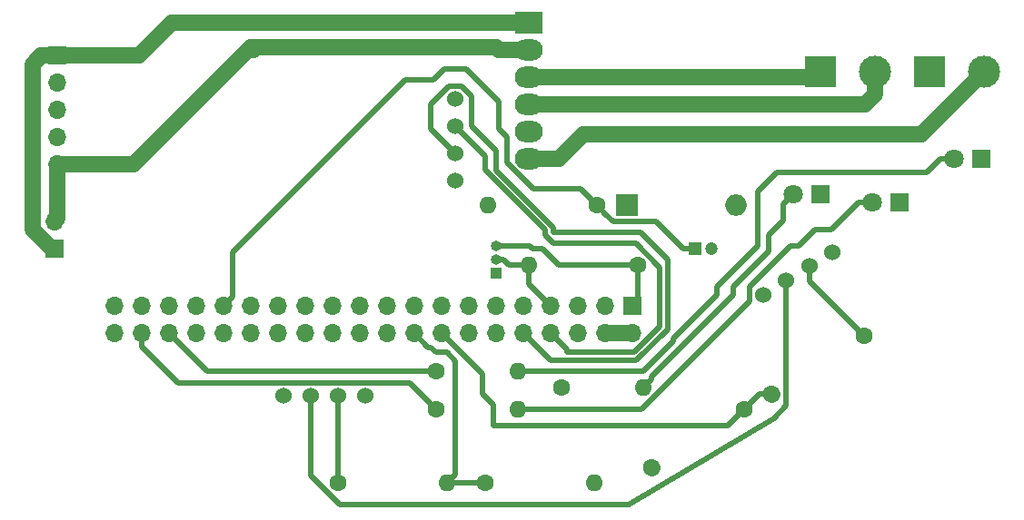
<source format=gbr>
G04 #@! TF.GenerationSoftware,KiCad,Pcbnew,(5.0.2)-1*
G04 #@! TF.CreationDate,2021-01-07T20:02:58+01:00*
G04 #@! TF.ProjectId,Radmesser,5261646d-6573-4736-9572-2e6b69636164,rev?*
G04 #@! TF.SameCoordinates,Original*
G04 #@! TF.FileFunction,Copper,L1,Top*
G04 #@! TF.FilePolarity,Positive*
%FSLAX46Y46*%
G04 Gerber Fmt 4.6, Leading zero omitted, Abs format (unit mm)*
G04 Created by KiCad (PCBNEW (5.0.2)-1) date 07.01.2021 20:02:58*
%MOMM*%
%LPD*%
G01*
G04 APERTURE LIST*
G04 #@! TA.AperFunction,ComponentPad*
%ADD10C,1.600000*%
G04 #@! TD*
G04 #@! TA.AperFunction,ComponentPad*
%ADD11O,1.600000X1.600000*%
G04 #@! TD*
G04 #@! TA.AperFunction,ComponentPad*
%ADD12C,1.530000*%
G04 #@! TD*
G04 #@! TA.AperFunction,ComponentPad*
%ADD13R,1.800000X1.800000*%
G04 #@! TD*
G04 #@! TA.AperFunction,ComponentPad*
%ADD14C,1.800000*%
G04 #@! TD*
G04 #@! TA.AperFunction,ComponentPad*
%ADD15O,1.000000X1.000000*%
G04 #@! TD*
G04 #@! TA.AperFunction,ComponentPad*
%ADD16R,1.000000X1.000000*%
G04 #@! TD*
G04 #@! TA.AperFunction,ComponentPad*
%ADD17C,1.200000*%
G04 #@! TD*
G04 #@! TA.AperFunction,ComponentPad*
%ADD18R,1.200000X1.200000*%
G04 #@! TD*
G04 #@! TA.AperFunction,Conductor*
%ADD19C,1.600000*%
G04 #@! TD*
G04 #@! TA.AperFunction,ComponentPad*
%ADD20O,2.000000X2.000000*%
G04 #@! TD*
G04 #@! TA.AperFunction,ComponentPad*
%ADD21R,2.000000X2.000000*%
G04 #@! TD*
G04 #@! TA.AperFunction,ComponentPad*
%ADD22O,1.700000X1.700000*%
G04 #@! TD*
G04 #@! TA.AperFunction,ComponentPad*
%ADD23R,1.700000X1.700000*%
G04 #@! TD*
G04 #@! TA.AperFunction,ComponentPad*
%ADD24O,2.600000X2.000000*%
G04 #@! TD*
G04 #@! TA.AperFunction,ComponentPad*
%ADD25R,2.600000X2.000000*%
G04 #@! TD*
G04 #@! TA.AperFunction,ComponentPad*
%ADD26R,3.000000X3.000000*%
G04 #@! TD*
G04 #@! TA.AperFunction,ComponentPad*
%ADD27C,3.000000*%
G04 #@! TD*
G04 #@! TA.AperFunction,Conductor*
%ADD28C,0.500000*%
G04 #@! TD*
G04 #@! TA.AperFunction,Conductor*
%ADD29C,1.500000*%
G04 #@! TD*
G04 APERTURE END LIST*
D10*
G04 #@! TO.P,R6,1*
G04 #@! TO.N,Net-(J1-Pad12)*
X188722000Y-124460000D03*
D11*
G04 #@! TO.P,R6,2*
G04 #@! TO.N,Net-(Dgrun1-Pad2)*
X196342000Y-124460000D03*
G04 #@! TD*
D12*
G04 #@! TO.P,Uvorne1,2*
G04 #@! TO.N,Net-(J1-Pad22)*
X165354000Y-125222000D03*
G04 #@! TO.P,Uvorne1,3*
G04 #@! TO.N,Net-(R4-Pad1)*
X167894000Y-125222000D03*
G04 #@! TO.P,Uvorne1,4*
G04 #@! TO.N,GND*
X170434000Y-125222001D03*
G04 #@! TO.P,Uvorne1,1*
G04 #@! TO.N,Net-(D4-Pad1)*
X162814000Y-125221999D03*
G04 #@! TD*
G04 #@! TO.P,Uhinten2,1*
G04 #@! TO.N,Net-(D4-Pad1)*
X207518938Y-115810994D03*
G04 #@! TO.P,Uhinten2,4*
G04 #@! TO.N,GND*
X213981062Y-111773006D03*
G04 #@! TO.P,Uhinten2,3*
G04 #@! TO.N,Net-(R2-Pad1)*
X211827021Y-113119003D03*
G04 #@! TO.P,Uhinten2,2*
G04 #@! TO.N,Net-(J1-Pad22)*
X209672979Y-114464997D03*
G04 #@! TD*
D13*
G04 #@! TO.P,Drot2,1*
G04 #@! TO.N,GND*
X220218000Y-107188000D03*
D14*
G04 #@! TO.P,Drot2,2*
G04 #@! TO.N,Net-(Drot2-Pad2)*
X217678000Y-107188000D03*
G04 #@! TD*
G04 #@! TO.P,Dgrun1,2*
G04 #@! TO.N,Net-(Dgrun1-Pad2)*
X210312000Y-106426000D03*
D13*
G04 #@! TO.P,Dgrun1,1*
G04 #@! TO.N,GND*
X212852000Y-106426000D03*
G04 #@! TD*
D15*
G04 #@! TO.P,U3,3*
G04 #@! TO.N,Net-(GPS1-Pad1)*
X182626000Y-111252000D03*
G04 #@! TO.P,U3,2*
G04 #@! TO.N,Net-(J1-Pad7)*
X182626000Y-112522000D03*
D16*
G04 #@! TO.P,U3,1*
G04 #@! TO.N,GND*
X182626000Y-113792000D03*
G04 #@! TD*
D17*
G04 #@! TO.P,SW1,2*
G04 #@! TO.N,Net-(J1-Pad17)*
X202668000Y-111506000D03*
D18*
G04 #@! TO.P,SW1,1*
G04 #@! TO.N,Net-(J1-Pad31)*
X201168000Y-111506000D03*
G04 #@! TD*
D10*
G04 #@! TO.P,R1,2*
G04 #@! TO.N,GND*
X197123831Y-131875980D03*
D19*
G04 #@! TD*
G04 #@! TO.N,GND*
G04 #@! TO.C,R1*
X197123831Y-131875980D02*
X197123831Y-131875980D01*
D10*
G04 #@! TO.P,R1,1*
G04 #@! TO.N,Net-(J1-Pad16)*
X205740000Y-126492000D03*
G04 #@! TD*
G04 #@! TO.P,R2,1*
G04 #@! TO.N,Net-(R2-Pad1)*
X216916000Y-119634000D03*
G04 #@! TO.P,R2,2*
G04 #@! TO.N,Net-(J1-Pad16)*
X208299831Y-125017980D03*
D19*
G04 #@! TD*
G04 #@! TO.N,Net-(J1-Pad16)*
G04 #@! TO.C,R2*
X208299831Y-125017980D02*
X208299831Y-125017980D01*
D11*
G04 #@! TO.P,R3,2*
G04 #@! TO.N,GND*
X191770000Y-133350000D03*
D10*
G04 #@! TO.P,R3,1*
G04 #@! TO.N,Net-(J1-Pad18)*
X181610000Y-133350000D03*
G04 #@! TD*
G04 #@! TO.P,R4,1*
G04 #@! TO.N,Net-(R4-Pad1)*
X167894000Y-133350000D03*
D11*
G04 #@! TO.P,R4,2*
G04 #@! TO.N,Net-(J1-Pad18)*
X178054000Y-133350000D03*
G04 #@! TD*
G04 #@! TO.P,R7,2*
G04 #@! TO.N,Net-(J1-Pad7)*
X185674000Y-113030000D03*
D10*
G04 #@! TO.P,R7,1*
G04 #@! TO.N,Net-(GPS1-Pad1)*
X195834000Y-113030000D03*
G04 #@! TD*
G04 #@! TO.P,R8,1*
G04 #@! TO.N,Net-(J1-Pad31)*
X192024000Y-107442000D03*
D11*
G04 #@! TO.P,R8,2*
G04 #@! TO.N,GND*
X181864000Y-107442000D03*
G04 #@! TD*
D14*
G04 #@! TO.P,Dgelb3,2*
G04 #@! TO.N,Net-(Dgelb3-Pad2)*
X225298000Y-103124000D03*
D13*
G04 #@! TO.P,Dgelb3,1*
G04 #@! TO.N,GND*
X227838000Y-103124000D03*
G04 #@! TD*
D11*
G04 #@! TO.P,R5,2*
G04 #@! TO.N,Net-(Drot2-Pad2)*
X184658000Y-126492000D03*
D10*
G04 #@! TO.P,R5,1*
G04 #@! TO.N,Net-(J1-Pad38)*
X177038000Y-126492000D03*
G04 #@! TD*
D11*
G04 #@! TO.P,R9,2*
G04 #@! TO.N,Net-(Dgelb3-Pad2)*
X184658000Y-122936000D03*
D10*
G04 #@! TO.P,R9,1*
G04 #@! TO.N,Net-(J1-Pad36)*
X177038000Y-122936000D03*
G04 #@! TD*
D20*
G04 #@! TO.P,D4,2*
G04 #@! TO.N,GND*
X204978000Y-107442000D03*
D21*
G04 #@! TO.P,D4,1*
G04 #@! TO.N,Net-(D4-Pad1)*
X194818000Y-107442000D03*
G04 #@! TD*
D22*
G04 #@! TO.P,J2,2*
G04 #@! TO.N,Net-(J2-Pad2)*
X141478000Y-108966000D03*
D23*
G04 #@! TO.P,J2,1*
G04 #@! TO.N,Net-(J2-Pad1)*
X141478000Y-111506000D03*
G04 #@! TD*
D12*
G04 #@! TO.P,GPS1,2*
G04 #@! TO.N,Net-(GPS1-Pad2)*
X178816000Y-100076000D03*
G04 #@! TO.P,GPS1,3*
G04 #@! TO.N,Net-(GPS1-Pad3)*
X178816000Y-102616000D03*
G04 #@! TO.P,GPS1,4*
G04 #@! TO.N,GND*
X178816000Y-105156000D03*
G04 #@! TO.P,GPS1,1*
G04 #@! TO.N,Net-(GPS1-Pad1)*
X178816000Y-97536000D03*
G04 #@! TD*
D24*
G04 #@! TO.P,U4,6*
G04 #@! TO.N,Net-(SW2-Pad2)*
X185674000Y-103124000D03*
G04 #@! TO.P,U4,5*
G04 #@! TO.N,GND*
X185674000Y-100584000D03*
G04 #@! TO.P,U4,4*
G04 #@! TO.N,Net-(J3-Pad2)*
X185674000Y-98044000D03*
G04 #@! TO.P,U4,3*
G04 #@! TO.N,Net-(J3-Pad1)*
X185674000Y-95504000D03*
G04 #@! TO.P,U4,2*
G04 #@! TO.N,Net-(J2-Pad2)*
X185674000Y-92964000D03*
D25*
G04 #@! TO.P,U4,1*
G04 #@! TO.N,Net-(J2-Pad1)*
X185674000Y-90424000D03*
G04 #@! TD*
D22*
G04 #@! TO.P,J1,40*
G04 #@! TO.N,Net-(J1-Pad40)*
X147066000Y-119380000D03*
G04 #@! TO.P,J1,39*
G04 #@! TO.N,GND*
X147066000Y-116840000D03*
G04 #@! TO.P,J1,38*
G04 #@! TO.N,Net-(J1-Pad38)*
X149606000Y-119380000D03*
G04 #@! TO.P,J1,37*
G04 #@! TO.N,Net-(J1-Pad37)*
X149606000Y-116840000D03*
G04 #@! TO.P,J1,36*
G04 #@! TO.N,Net-(J1-Pad36)*
X152146000Y-119380000D03*
G04 #@! TO.P,J1,35*
G04 #@! TO.N,Net-(J1-Pad35)*
X152146000Y-116840000D03*
G04 #@! TO.P,J1,34*
G04 #@! TO.N,GND*
X154686000Y-119380000D03*
G04 #@! TO.P,J1,33*
G04 #@! TO.N,Net-(J1-Pad33)*
X154686000Y-116840000D03*
G04 #@! TO.P,J1,32*
G04 #@! TO.N,Net-(J1-Pad32)*
X157226000Y-119380000D03*
G04 #@! TO.P,J1,31*
G04 #@! TO.N,Net-(J1-Pad31)*
X157226000Y-116840000D03*
G04 #@! TO.P,J1,30*
G04 #@! TO.N,GND*
X159766000Y-119380000D03*
G04 #@! TO.P,J1,29*
G04 #@! TO.N,Net-(J1-Pad29)*
X159766000Y-116840000D03*
G04 #@! TO.P,J1,28*
G04 #@! TO.N,Net-(J1-Pad28)*
X162306000Y-119380000D03*
G04 #@! TO.P,J1,27*
G04 #@! TO.N,Net-(J1-Pad27)*
X162306000Y-116840000D03*
G04 #@! TO.P,J1,26*
G04 #@! TO.N,Net-(J1-Pad26)*
X164846000Y-119380000D03*
G04 #@! TO.P,J1,25*
G04 #@! TO.N,GND*
X164846000Y-116840000D03*
G04 #@! TO.P,J1,24*
G04 #@! TO.N,Net-(J1-Pad24)*
X167386000Y-119380000D03*
G04 #@! TO.P,J1,23*
G04 #@! TO.N,Net-(J1-Pad23)*
X167386000Y-116840000D03*
G04 #@! TO.P,J1,22*
G04 #@! TO.N,Net-(J1-Pad22)*
X169926000Y-119380000D03*
G04 #@! TO.P,J1,21*
G04 #@! TO.N,Net-(J1-Pad21)*
X169926000Y-116840000D03*
G04 #@! TO.P,J1,20*
G04 #@! TO.N,GND*
X172466000Y-119380000D03*
G04 #@! TO.P,J1,19*
G04 #@! TO.N,Net-(J1-Pad19)*
X172466000Y-116840000D03*
G04 #@! TO.P,J1,18*
G04 #@! TO.N,Net-(J1-Pad18)*
X175006000Y-119380000D03*
G04 #@! TO.P,J1,17*
G04 #@! TO.N,Net-(J1-Pad17)*
X175006000Y-116840000D03*
G04 #@! TO.P,J1,16*
G04 #@! TO.N,Net-(J1-Pad16)*
X177546000Y-119380000D03*
G04 #@! TO.P,J1,15*
G04 #@! TO.N,Net-(J1-Pad15)*
X177546000Y-116840000D03*
G04 #@! TO.P,J1,14*
G04 #@! TO.N,GND*
X180086000Y-119380000D03*
G04 #@! TO.P,J1,13*
G04 #@! TO.N,Net-(J1-Pad13)*
X180086000Y-116840000D03*
G04 #@! TO.P,J1,12*
G04 #@! TO.N,Net-(J1-Pad12)*
X182626000Y-119380000D03*
G04 #@! TO.P,J1,11*
G04 #@! TO.N,Net-(J1-Pad11)*
X182626000Y-116840000D03*
G04 #@! TO.P,J1,10*
G04 #@! TO.N,Net-(GPS1-Pad3)*
X185166000Y-119380000D03*
G04 #@! TO.P,J1,9*
G04 #@! TO.N,GND*
X185166000Y-116840000D03*
G04 #@! TO.P,J1,8*
G04 #@! TO.N,Net-(GPS1-Pad2)*
X187706000Y-119380000D03*
G04 #@! TO.P,J1,7*
G04 #@! TO.N,Net-(J1-Pad7)*
X187706000Y-116840000D03*
G04 #@! TO.P,J1,6*
G04 #@! TO.N,GND*
X190246000Y-119380000D03*
G04 #@! TO.P,J1,5*
G04 #@! TO.N,Net-(J1-Pad5)*
X190246000Y-116840000D03*
G04 #@! TO.P,J1,4*
G04 #@! TO.N,Net-(D4-Pad1)*
X192786000Y-119380000D03*
G04 #@! TO.P,J1,3*
G04 #@! TO.N,Net-(J1-Pad3)*
X192786000Y-116840000D03*
G04 #@! TO.P,J1,2*
G04 #@! TO.N,Net-(D4-Pad1)*
X195326000Y-119380000D03*
D23*
G04 #@! TO.P,J1,1*
G04 #@! TO.N,Net-(GPS1-Pad1)*
X195326000Y-116840000D03*
G04 #@! TD*
D26*
G04 #@! TO.P,J3,1*
G04 #@! TO.N,Net-(J3-Pad1)*
X212852000Y-94996000D03*
D27*
G04 #@! TO.P,J3,2*
G04 #@! TO.N,Net-(J3-Pad2)*
X217932000Y-94996000D03*
G04 #@! TD*
G04 #@! TO.P,SW2,2*
G04 #@! TO.N,Net-(SW2-Pad2)*
X228092000Y-94996000D03*
D26*
G04 #@! TO.P,SW2,1*
G04 #@! TO.N,Net-(D4-Pad1)*
X223012000Y-94996000D03*
G04 #@! TD*
D22*
G04 #@! TO.P,J4,5*
G04 #@! TO.N,Net-(J2-Pad2)*
X141732000Y-103632000D03*
G04 #@! TO.P,J4,4*
G04 #@! TO.N,Net-(J4-Pad4)*
X141732000Y-101092000D03*
G04 #@! TO.P,J4,3*
G04 #@! TO.N,Net-(J4-Pad3)*
X141732000Y-98552000D03*
G04 #@! TO.P,J4,2*
G04 #@! TO.N,Net-(J4-Pad2)*
X141732000Y-96012000D03*
D23*
G04 #@! TO.P,J4,1*
G04 #@! TO.N,Net-(J2-Pad1)*
X141732000Y-93472000D03*
G04 #@! TD*
D28*
G04 #@! TO.N,Net-(Dgrun1-Pad2)*
X197141999Y-123660001D02*
X196342000Y-124460000D01*
X197141999Y-123399769D02*
X197141999Y-123660001D01*
X204717768Y-115824000D02*
X197141999Y-123399769D01*
X204717768Y-115068232D02*
X204717768Y-115824000D01*
X209412001Y-107325999D02*
X209412001Y-108849999D01*
X210312000Y-106426000D02*
X209412001Y-107325999D01*
X209412001Y-108849999D02*
X208026000Y-110236000D01*
X208026000Y-111760000D02*
X204717768Y-115068232D01*
X208026000Y-110236000D02*
X208026000Y-111760000D01*
G04 #@! TO.N,Net-(Drot2-Pad2)*
X196160002Y-126492000D02*
X206248000Y-116404002D01*
X184658000Y-126492000D02*
X196160002Y-126492000D01*
X206248000Y-115062000D02*
X206248000Y-115570000D01*
X206248000Y-116404002D02*
X206248000Y-115570000D01*
X216405208Y-107188000D02*
X217678000Y-107188000D01*
X213865208Y-109728000D02*
X216405208Y-107188000D01*
X212344000Y-109728000D02*
X213865208Y-109728000D01*
X206248000Y-115283730D02*
X206280270Y-115283730D01*
X206248000Y-115570000D02*
X206248000Y-115283730D01*
X206280270Y-115283730D02*
X206280270Y-115029730D01*
X206280270Y-115029730D02*
X210058000Y-111252000D01*
X210058000Y-111252000D02*
X210820000Y-111252000D01*
X210820000Y-111252000D02*
X212344000Y-109728000D01*
G04 #@! TO.N,Net-(GPS1-Pad2)*
X187960000Y-110998000D02*
X187198000Y-110236000D01*
X189230000Y-120904000D02*
X189230000Y-121158000D01*
X187706000Y-119380000D02*
X189230000Y-120904000D01*
X189230000Y-121158000D02*
X195472002Y-121158000D01*
X195652002Y-110998000D02*
X187960000Y-110998000D01*
X195472002Y-121158000D02*
X197866000Y-118764002D01*
X197866000Y-118764002D02*
X197866000Y-113211998D01*
X197866000Y-113211998D02*
X195652002Y-110998000D01*
X178816000Y-100076000D02*
X181610000Y-102870000D01*
X181610000Y-102870000D02*
X181610000Y-104140000D01*
X187198000Y-109728000D02*
X187198000Y-110236000D01*
X181610000Y-104140000D02*
X187198000Y-109728000D01*
G04 #@! TO.N,Net-(GPS1-Pad1)*
X195834000Y-116332000D02*
X195326000Y-116840000D01*
X195834000Y-113030000D02*
X195834000Y-116332000D01*
X186944000Y-111506000D02*
X188468000Y-113030000D01*
X188468000Y-113030000D02*
X195834000Y-113030000D01*
X186000002Y-111506000D02*
X186944000Y-111506000D01*
X185746002Y-111252000D02*
X186000002Y-111506000D01*
X182626000Y-111252000D02*
X185746002Y-111252000D01*
G04 #@! TO.N,Net-(J1-Pad36)*
X155702000Y-122936000D02*
X177038000Y-122936000D01*
X152146000Y-119380000D02*
X155702000Y-122936000D01*
G04 #@! TO.N,Net-(J1-Pad22)*
X165354000Y-132660002D02*
X168075998Y-135382000D01*
X165354000Y-125222000D02*
X165354000Y-132660002D01*
X195009565Y-135382000D02*
X208500652Y-127287348D01*
X168075998Y-135382000D02*
X195009565Y-135382000D01*
X209672979Y-126115021D02*
X209672979Y-114464997D01*
X208500652Y-127287348D02*
X209672979Y-126115021D01*
G04 #@! TO.N,Net-(J1-Pad18)*
X178054000Y-133350000D02*
X181610000Y-133350000D01*
X176306001Y-120680001D02*
X176560001Y-120680001D01*
X175006000Y-119380000D02*
X176306001Y-120680001D01*
X176560001Y-120680001D02*
X177038000Y-121158000D01*
X177038000Y-121158000D02*
X178054000Y-121158000D01*
X178853999Y-132550001D02*
X178054000Y-133350000D01*
X178853999Y-121957999D02*
X178853999Y-132550001D01*
X178054000Y-121158000D02*
X178853999Y-121957999D01*
G04 #@! TO.N,Net-(J1-Pad16)*
X177546000Y-119380000D02*
X181356000Y-123190000D01*
X181356000Y-125040002D02*
X182372000Y-126056002D01*
X181356000Y-123190000D02*
X181356000Y-125040002D01*
X182372000Y-126056002D02*
X182372000Y-128016000D01*
X204216000Y-128016000D02*
X205740000Y-126492000D01*
X182372000Y-128016000D02*
X204216000Y-128016000D01*
X207214020Y-125017980D02*
X205740000Y-126492000D01*
X208299831Y-125017980D02*
X207214020Y-125017980D01*
G04 #@! TO.N,Net-(J1-Pad7)*
X185674000Y-114808000D02*
X187706000Y-116840000D01*
X185674000Y-113030000D02*
X185674000Y-114808000D01*
X185674000Y-113030000D02*
X184542630Y-113030000D01*
X183841106Y-113030000D02*
X184542630Y-113030000D01*
X183333106Y-112522000D02*
X183841106Y-113030000D01*
X182626000Y-112522000D02*
X183333106Y-112522000D01*
G04 #@! TO.N,Net-(R2-Pad1)*
X211827021Y-114545021D02*
X216916000Y-119634000D01*
X211827021Y-113119003D02*
X211827021Y-114545021D01*
G04 #@! TO.N,Net-(R4-Pad1)*
X167894000Y-125222000D02*
X167894000Y-133350000D01*
G04 #@! TO.N,Net-(GPS1-Pad3)*
X176530000Y-100330000D02*
X178816000Y-102616000D01*
X176530000Y-98023798D02*
X176530000Y-100330000D01*
X179399201Y-96320999D02*
X178232799Y-96320999D01*
X180340000Y-100076000D02*
X180340000Y-97261798D01*
X182626000Y-102362000D02*
X180340000Y-100076000D01*
X180340000Y-97261798D02*
X179399201Y-96320999D01*
X182626000Y-104166038D02*
X182626000Y-102362000D01*
X178232799Y-96320999D02*
X176530000Y-98023798D01*
X187960000Y-109982000D02*
X187960000Y-109500038D01*
X187706000Y-121920000D02*
X195699965Y-121920000D01*
X185166000Y-119380000D02*
X187706000Y-121920000D01*
X195699965Y-121920000D02*
X198628000Y-118991965D01*
X187960000Y-109500038D02*
X182626000Y-104166038D01*
X198628000Y-112522000D02*
X196088000Y-109982000D01*
X198628000Y-118991965D02*
X198628000Y-112522000D01*
X196088000Y-109982000D02*
X187960000Y-109982000D01*
G04 #@! TO.N,Net-(Dgelb3-Pad2)*
X196342000Y-122936000D02*
X184658000Y-122936000D01*
X199136000Y-120142000D02*
X196342000Y-122936000D01*
X203200000Y-115824000D02*
X199136000Y-119888000D01*
X199136000Y-119888000D02*
X199136000Y-120142000D01*
X224025208Y-103124000D02*
X222755208Y-104394000D01*
X222755208Y-104394000D02*
X208788000Y-104394000D01*
X208788000Y-104394000D02*
X207010000Y-106172000D01*
X207010000Y-106172000D02*
X207010000Y-111252000D01*
X203200000Y-115062000D02*
X203200000Y-115824000D01*
X207010000Y-111252000D02*
X203200000Y-115062000D01*
X225298000Y-103124000D02*
X224025208Y-103124000D01*
G04 #@! TO.N,Net-(J1-Pad31)*
X156888000Y-116840000D02*
X157226000Y-116840000D01*
X192823999Y-108258001D02*
X193531998Y-108966000D01*
X192024000Y-107442000D02*
X192823999Y-108241999D01*
X192823999Y-108241999D02*
X192823999Y-108258001D01*
X200068000Y-111506000D02*
X201168000Y-111506000D01*
X197528000Y-108966000D02*
X200068000Y-111506000D01*
X193531998Y-108966000D02*
X197528000Y-108966000D01*
X190500000Y-105918000D02*
X192024000Y-107442000D01*
X186117377Y-105918000D02*
X190500000Y-105918000D01*
X183642000Y-101092000D02*
X183642000Y-103442623D01*
X182880000Y-100330000D02*
X183642000Y-101092000D01*
X182880000Y-97790000D02*
X182880000Y-100330000D01*
X179832000Y-94742000D02*
X182880000Y-97790000D01*
X158075999Y-115990001D02*
X158075999Y-111808036D01*
X157226000Y-116840000D02*
X158075999Y-115990001D01*
X158075999Y-111808036D02*
X174126035Y-95758000D01*
X183642000Y-103442623D02*
X186117377Y-105918000D01*
X174126035Y-95758000D02*
X176784000Y-95758000D01*
X176784000Y-95758000D02*
X177800000Y-94742000D01*
X177800000Y-94742000D02*
X179832000Y-94742000D01*
G04 #@! TO.N,Net-(J1-Pad38)*
X176238001Y-125692001D02*
X177038000Y-126492000D01*
X174552998Y-124006998D02*
X176238001Y-125692001D01*
X153030917Y-124006998D02*
X174552998Y-124006998D01*
X149606000Y-120582081D02*
X153030917Y-124006998D01*
X149606000Y-119380000D02*
X149606000Y-120582081D01*
D29*
G04 #@! TO.N,Net-(D4-Pad1)*
X192786000Y-119380000D02*
X195326000Y-119380000D01*
G04 #@! TO.N,Net-(J2-Pad2)*
X159766000Y-92710000D02*
X160020000Y-92964000D01*
X151004000Y-101472000D02*
X159766000Y-92710000D01*
X182620000Y-92710000D02*
X159766000Y-92710000D01*
X182874000Y-92964000D02*
X182620000Y-92710000D01*
X185674000Y-92964000D02*
X182874000Y-92964000D01*
X148844000Y-103632000D02*
X151004000Y-101472000D01*
X141732000Y-103632000D02*
X148844000Y-103632000D01*
X141732000Y-108712000D02*
X141478000Y-108966000D01*
X141732000Y-103632000D02*
X141732000Y-108712000D01*
G04 #@! TO.N,Net-(J2-Pad1)*
X141205998Y-111506000D02*
X141478000Y-111506000D01*
X139423999Y-109724001D02*
X141205998Y-111506000D01*
X139423999Y-94256001D02*
X139423999Y-109724001D01*
X185674000Y-90424000D02*
X152400000Y-90424000D01*
X152400000Y-90424000D02*
X149352000Y-93472000D01*
X141732000Y-93472000D02*
X149352000Y-93472000D01*
X140208000Y-93472000D02*
X139423999Y-94256001D01*
X141732000Y-93472000D02*
X140208000Y-93472000D01*
G04 #@! TO.N,Net-(J3-Pad1)*
X212344000Y-95504000D02*
X212852000Y-94996000D01*
X185674000Y-95504000D02*
X212344000Y-95504000D01*
G04 #@! TO.N,Net-(J3-Pad2)*
X213360000Y-98044000D02*
X185674000Y-98044000D01*
X217932000Y-97117320D02*
X217005320Y-98044000D01*
X217932000Y-94996000D02*
X217932000Y-97117320D01*
X217005320Y-98044000D02*
X213360000Y-98044000D01*
G04 #@! TO.N,Net-(SW2-Pad2)*
X222250000Y-100838000D02*
X228092000Y-94996000D01*
X190760000Y-100838000D02*
X222250000Y-100838000D01*
X185674000Y-103124000D02*
X188474000Y-103124000D01*
X188474000Y-103124000D02*
X190760000Y-100838000D01*
G04 #@! TD*
M02*

</source>
